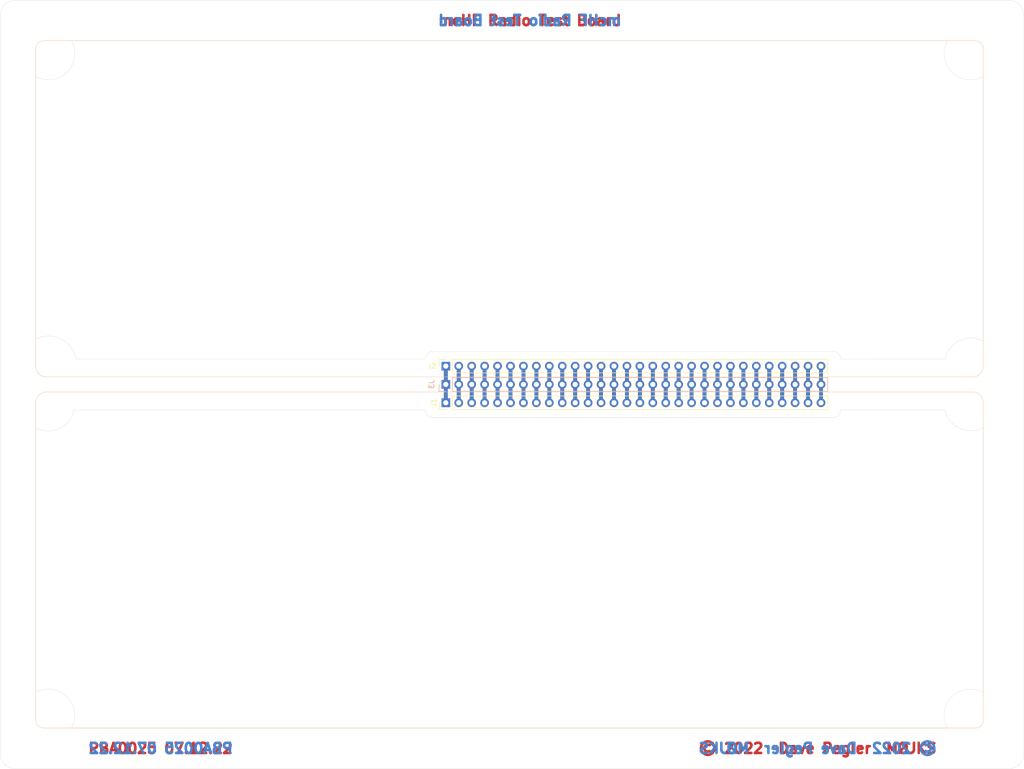
<source format=kicad_pcb>
(kicad_pcb (version 20171130) (host pcbnew "(5.1.9)-1")

  (general
    (thickness 1.6)
    (drawings 71)
    (tracks 60)
    (zones 0)
    (modules 11)
    (nets 31)
  )

  (page A4)
  (layers
    (0 F.Cu signal)
    (31 B.Cu signal)
    (32 B.Adhes user)
    (33 F.Adhes user)
    (34 B.Paste user)
    (35 F.Paste user)
    (36 B.SilkS user)
    (37 F.SilkS user)
    (38 B.Mask user)
    (39 F.Mask user)
    (40 Dwgs.User user)
    (41 Cmts.User user)
    (42 Eco1.User user)
    (43 Eco2.User user)
    (44 Edge.Cuts user)
    (45 Margin user)
    (46 B.CrtYd user)
    (47 F.CrtYd user)
    (48 B.Fab user)
    (49 F.Fab user hide)
  )

  (setup
    (last_trace_width 0.25)
    (user_trace_width 0.5)
    (user_trace_width 0.75)
    (user_trace_width 1)
    (trace_clearance 0.2)
    (zone_clearance 0.508)
    (zone_45_only no)
    (trace_min 0.2)
    (via_size 0.8)
    (via_drill 0.4)
    (via_min_size 0.4)
    (via_min_drill 0.3)
    (uvia_size 0.3)
    (uvia_drill 0.1)
    (uvias_allowed no)
    (uvia_min_size 0.2)
    (uvia_min_drill 0.1)
    (edge_width 0.05)
    (segment_width 0.2)
    (pcb_text_width 0.3)
    (pcb_text_size 1.5 1.5)
    (mod_edge_width 0.12)
    (mod_text_size 1 1)
    (mod_text_width 0.15)
    (pad_size 3.2 3.2)
    (pad_drill 3.2)
    (pad_to_mask_clearance 0)
    (aux_axis_origin 0 0)
    (visible_elements 7FFFFFFF)
    (pcbplotparams
      (layerselection 0x010fc_ffffffff)
      (usegerberextensions false)
      (usegerberattributes true)
      (usegerberadvancedattributes true)
      (creategerberjobfile true)
      (excludeedgelayer true)
      (linewidth 0.100000)
      (plotframeref false)
      (viasonmask false)
      (mode 1)
      (useauxorigin false)
      (hpglpennumber 1)
      (hpglpenspeed 20)
      (hpglpendiameter 15.000000)
      (psnegative false)
      (psa4output false)
      (plotreference true)
      (plotvalue true)
      (plotinvisibletext false)
      (padsonsilk false)
      (subtractmaskfromsilk false)
      (outputformat 1)
      (mirror false)
      (drillshape 0)
      (scaleselection 1)
      (outputdirectory "Gerbers/"))
  )

  (net 0 "")
  (net 1 "Net-(J1-Pad30)")
  (net 2 "Net-(J1-Pad28)")
  (net 3 "Net-(J1-Pad26)")
  (net 4 "Net-(J1-Pad24)")
  (net 5 "Net-(J1-Pad22)")
  (net 6 "Net-(J1-Pad20)")
  (net 7 "Net-(J1-Pad18)")
  (net 8 "Net-(J1-Pad16)")
  (net 9 "Net-(J1-Pad14)")
  (net 10 "Net-(J1-Pad12)")
  (net 11 "Net-(J1-Pad10)")
  (net 12 "Net-(J1-Pad8)")
  (net 13 "Net-(J1-Pad6)")
  (net 14 "Net-(J1-Pad4)")
  (net 15 "Net-(J1-Pad2)")
  (net 16 "Net-(J1-Pad29)")
  (net 17 "Net-(J1-Pad27)")
  (net 18 "Net-(J1-Pad25)")
  (net 19 "Net-(J1-Pad23)")
  (net 20 "Net-(J1-Pad21)")
  (net 21 "Net-(J1-Pad19)")
  (net 22 "Net-(J1-Pad17)")
  (net 23 "Net-(J1-Pad15)")
  (net 24 "Net-(J1-Pad13)")
  (net 25 "Net-(J1-Pad11)")
  (net 26 "Net-(J1-Pad9)")
  (net 27 "Net-(J1-Pad7)")
  (net 28 "Net-(J1-Pad5)")
  (net 29 "Net-(J1-Pad3)")
  (net 30 "Net-(J1-Pad1)")

  (net_class Default "This is the default net class."
    (clearance 0.2)
    (trace_width 0.25)
    (via_dia 0.8)
    (via_drill 0.4)
    (uvia_dia 0.3)
    (uvia_drill 0.1)
    (add_net "Net-(J1-Pad1)")
    (add_net "Net-(J1-Pad10)")
    (add_net "Net-(J1-Pad11)")
    (add_net "Net-(J1-Pad12)")
    (add_net "Net-(J1-Pad13)")
    (add_net "Net-(J1-Pad14)")
    (add_net "Net-(J1-Pad15)")
    (add_net "Net-(J1-Pad16)")
    (add_net "Net-(J1-Pad17)")
    (add_net "Net-(J1-Pad18)")
    (add_net "Net-(J1-Pad19)")
    (add_net "Net-(J1-Pad2)")
    (add_net "Net-(J1-Pad20)")
    (add_net "Net-(J1-Pad21)")
    (add_net "Net-(J1-Pad22)")
    (add_net "Net-(J1-Pad23)")
    (add_net "Net-(J1-Pad24)")
    (add_net "Net-(J1-Pad25)")
    (add_net "Net-(J1-Pad26)")
    (add_net "Net-(J1-Pad27)")
    (add_net "Net-(J1-Pad28)")
    (add_net "Net-(J1-Pad29)")
    (add_net "Net-(J1-Pad3)")
    (add_net "Net-(J1-Pad30)")
    (add_net "Net-(J1-Pad4)")
    (add_net "Net-(J1-Pad5)")
    (add_net "Net-(J1-Pad6)")
    (add_net "Net-(J1-Pad7)")
    (add_net "Net-(J1-Pad8)")
    (add_net "Net-(J1-Pad9)")
  )

  (module Connector_PinSocket_2.54mm:PinSocket_1x30_P2.54mm_Vertical (layer B.Cu) (tedit 5A19A429) (tstamp 63929F41)
    (at 137.5 95.5 270)
    (descr "Through hole straight socket strip, 1x30, 2.54mm pitch, single row (from Kicad 4.0.7), script generated")
    (tags "Through hole socket strip THT 1x30 2.54mm single row")
    (path /6399A3D8)
    (fp_text reference J3 (at 0 2.77 90) (layer B.SilkS)
      (effects (font (size 1 1) (thickness 0.15)) (justify mirror))
    )
    (fp_text value Conn_01x30_Female (at 0 -76.43 90) (layer B.Fab)
      (effects (font (size 1 1) (thickness 0.15)) (justify mirror))
    )
    (fp_line (start -1.8 -75.4) (end -1.8 1.8) (layer B.CrtYd) (width 0.05))
    (fp_line (start 1.75 -75.4) (end -1.8 -75.4) (layer B.CrtYd) (width 0.05))
    (fp_line (start 1.75 1.8) (end 1.75 -75.4) (layer B.CrtYd) (width 0.05))
    (fp_line (start -1.8 1.8) (end 1.75 1.8) (layer B.CrtYd) (width 0.05))
    (fp_line (start 0 1.33) (end 1.33 1.33) (layer B.SilkS) (width 0.12))
    (fp_line (start 1.33 1.33) (end 1.33 0) (layer B.SilkS) (width 0.12))
    (fp_line (start 1.33 -1.27) (end 1.33 -74.99) (layer B.SilkS) (width 0.12))
    (fp_line (start -1.33 -74.99) (end 1.33 -74.99) (layer B.SilkS) (width 0.12))
    (fp_line (start -1.33 -1.27) (end -1.33 -74.99) (layer B.SilkS) (width 0.12))
    (fp_line (start -1.33 -1.27) (end 1.33 -1.27) (layer B.SilkS) (width 0.12))
    (fp_line (start -1.27 -74.93) (end -1.27 1.27) (layer B.Fab) (width 0.1))
    (fp_line (start 1.27 -74.93) (end -1.27 -74.93) (layer B.Fab) (width 0.1))
    (fp_line (start 1.27 0.635) (end 1.27 -74.93) (layer B.Fab) (width 0.1))
    (fp_line (start 0.635 1.27) (end 1.27 0.635) (layer B.Fab) (width 0.1))
    (fp_line (start -1.27 1.27) (end 0.635 1.27) (layer B.Fab) (width 0.1))
    (fp_text user %R (at 0 -36.83 180) (layer B.Fab)
      (effects (font (size 1 1) (thickness 0.15)) (justify mirror))
    )
    (pad 30 thru_hole oval (at 0 -73.66 270) (size 1.7 1.7) (drill 1) (layers *.Cu *.Mask)
      (net 1 "Net-(J1-Pad30)"))
    (pad 29 thru_hole oval (at 0 -71.12 270) (size 1.7 1.7) (drill 1) (layers *.Cu *.Mask)
      (net 16 "Net-(J1-Pad29)"))
    (pad 28 thru_hole oval (at 0 -68.58 270) (size 1.7 1.7) (drill 1) (layers *.Cu *.Mask)
      (net 2 "Net-(J1-Pad28)"))
    (pad 27 thru_hole oval (at 0 -66.04 270) (size 1.7 1.7) (drill 1) (layers *.Cu *.Mask)
      (net 17 "Net-(J1-Pad27)"))
    (pad 26 thru_hole oval (at 0 -63.5 270) (size 1.7 1.7) (drill 1) (layers *.Cu *.Mask)
      (net 3 "Net-(J1-Pad26)"))
    (pad 25 thru_hole oval (at 0 -60.96 270) (size 1.7 1.7) (drill 1) (layers *.Cu *.Mask)
      (net 18 "Net-(J1-Pad25)"))
    (pad 24 thru_hole oval (at 0 -58.42 270) (size 1.7 1.7) (drill 1) (layers *.Cu *.Mask)
      (net 4 "Net-(J1-Pad24)"))
    (pad 23 thru_hole oval (at 0 -55.88 270) (size 1.7 1.7) (drill 1) (layers *.Cu *.Mask)
      (net 19 "Net-(J1-Pad23)"))
    (pad 22 thru_hole oval (at 0 -53.34 270) (size 1.7 1.7) (drill 1) (layers *.Cu *.Mask)
      (net 5 "Net-(J1-Pad22)"))
    (pad 21 thru_hole oval (at 0 -50.8 270) (size 1.7 1.7) (drill 1) (layers *.Cu *.Mask)
      (net 20 "Net-(J1-Pad21)"))
    (pad 20 thru_hole oval (at 0 -48.26 270) (size 1.7 1.7) (drill 1) (layers *.Cu *.Mask)
      (net 6 "Net-(J1-Pad20)"))
    (pad 19 thru_hole oval (at 0 -45.72 270) (size 1.7 1.7) (drill 1) (layers *.Cu *.Mask)
      (net 21 "Net-(J1-Pad19)"))
    (pad 18 thru_hole oval (at 0 -43.18 270) (size 1.7 1.7) (drill 1) (layers *.Cu *.Mask)
      (net 7 "Net-(J1-Pad18)"))
    (pad 17 thru_hole oval (at 0 -40.64 270) (size 1.7 1.7) (drill 1) (layers *.Cu *.Mask)
      (net 22 "Net-(J1-Pad17)"))
    (pad 16 thru_hole oval (at 0 -38.1 270) (size 1.7 1.7) (drill 1) (layers *.Cu *.Mask)
      (net 8 "Net-(J1-Pad16)"))
    (pad 15 thru_hole oval (at 0 -35.56 270) (size 1.7 1.7) (drill 1) (layers *.Cu *.Mask)
      (net 23 "Net-(J1-Pad15)"))
    (pad 14 thru_hole oval (at 0 -33.02 270) (size 1.7 1.7) (drill 1) (layers *.Cu *.Mask)
      (net 9 "Net-(J1-Pad14)"))
    (pad 13 thru_hole oval (at 0 -30.48 270) (size 1.7 1.7) (drill 1) (layers *.Cu *.Mask)
      (net 24 "Net-(J1-Pad13)"))
    (pad 12 thru_hole oval (at 0 -27.94 270) (size 1.7 1.7) (drill 1) (layers *.Cu *.Mask)
      (net 10 "Net-(J1-Pad12)"))
    (pad 11 thru_hole oval (at 0 -25.4 270) (size 1.7 1.7) (drill 1) (layers *.Cu *.Mask)
      (net 25 "Net-(J1-Pad11)"))
    (pad 10 thru_hole oval (at 0 -22.86 270) (size 1.7 1.7) (drill 1) (layers *.Cu *.Mask)
      (net 11 "Net-(J1-Pad10)"))
    (pad 9 thru_hole oval (at 0 -20.32 270) (size 1.7 1.7) (drill 1) (layers *.Cu *.Mask)
      (net 26 "Net-(J1-Pad9)"))
    (pad 8 thru_hole oval (at 0 -17.78 270) (size 1.7 1.7) (drill 1) (layers *.Cu *.Mask)
      (net 12 "Net-(J1-Pad8)"))
    (pad 7 thru_hole oval (at 0 -15.24 270) (size 1.7 1.7) (drill 1) (layers *.Cu *.Mask)
      (net 27 "Net-(J1-Pad7)"))
    (pad 6 thru_hole oval (at 0 -12.7 270) (size 1.7 1.7) (drill 1) (layers *.Cu *.Mask)
      (net 13 "Net-(J1-Pad6)"))
    (pad 5 thru_hole oval (at 0 -10.16 270) (size 1.7 1.7) (drill 1) (layers *.Cu *.Mask)
      (net 28 "Net-(J1-Pad5)"))
    (pad 4 thru_hole oval (at 0 -7.62 270) (size 1.7 1.7) (drill 1) (layers *.Cu *.Mask)
      (net 14 "Net-(J1-Pad4)"))
    (pad 3 thru_hole oval (at 0 -5.08 270) (size 1.7 1.7) (drill 1) (layers *.Cu *.Mask)
      (net 29 "Net-(J1-Pad3)"))
    (pad 2 thru_hole oval (at 0 -2.54 270) (size 1.7 1.7) (drill 1) (layers *.Cu *.Mask)
      (net 15 "Net-(J1-Pad2)"))
    (pad 1 thru_hole rect (at 0 0 270) (size 1.7 1.7) (drill 1) (layers *.Cu *.Mask)
      (net 30 "Net-(J1-Pad1)"))
    (model ${KISYS3DMOD}/Connector_PinSocket_2.54mm.3dshapes/PinSocket_1x30_P2.54mm_Vertical.wrl
      (at (xyz 0 0 0))
      (scale (xyz 1 1 1))
      (rotate (xyz 0 0 0))
    )
  )

  (module MountingHole:MountingHole_3.2mm_M3 (layer F.Cu) (tedit 56D1B4CB) (tstamp 63922B9C)
    (at 240.5 91.5)
    (descr "Mounting Hole 3.2mm, no annular, M3")
    (tags "mounting hole 3.2mm no annular m3")
    (path /6393B10F)
    (attr virtual)
    (fp_text reference H3 (at 0 0) (layer F.SilkS)
      (effects (font (size 1 1) (thickness 0.15)))
    )
    (fp_text value MountingHole (at 0 4.2) (layer F.Fab)
      (effects (font (size 1 1) (thickness 0.15)))
    )
    (fp_circle (center 0 0) (end 3.2 0) (layer Cmts.User) (width 0.15))
    (fp_circle (center 0 0) (end 3.45 0) (layer F.CrtYd) (width 0.05))
    (fp_text user %R (at 0.3 0) (layer F.Fab)
      (effects (font (size 1 1) (thickness 0.15)))
    )
    (pad 1 np_thru_hole circle (at 0 0) (size 3.2 3.2) (drill 3.2) (layers *.Cu *.Mask))
  )

  (module Connector_PinSocket_2.54mm:PinSocket_1x30_P2.54mm_Vertical (layer F.Cu) (tedit 5A19A429) (tstamp 63925F06)
    (at 137.5 91.9 90)
    (descr "Through hole straight socket strip, 1x30, 2.54mm pitch, single row (from Kicad 4.0.7), script generated")
    (tags "Through hole socket strip THT 1x30 2.54mm single row")
    (path /63926889)
    (fp_text reference J2 (at 0 -2.77 180) (layer F.SilkS)
      (effects (font (size 1 1) (thickness 0.15)))
    )
    (fp_text value Conn_01x30 (at 0 76.43 90) (layer F.Fab)
      (effects (font (size 1 1) (thickness 0.15)))
    )
    (fp_line (start -1.27 -1.27) (end 0.635 -1.27) (layer F.Fab) (width 0.1))
    (fp_line (start 0.635 -1.27) (end 1.27 -0.635) (layer F.Fab) (width 0.1))
    (fp_line (start 1.27 -0.635) (end 1.27 74.93) (layer F.Fab) (width 0.1))
    (fp_line (start 1.27 74.93) (end -1.27 74.93) (layer F.Fab) (width 0.1))
    (fp_line (start -1.27 74.93) (end -1.27 -1.27) (layer F.Fab) (width 0.1))
    (fp_line (start -1.33 1.27) (end 1.33 1.27) (layer F.SilkS) (width 0.12))
    (fp_line (start -1.33 1.27) (end -1.33 74.99) (layer F.SilkS) (width 0.12))
    (fp_line (start -1.33 74.99) (end 1.33 74.99) (layer F.SilkS) (width 0.12))
    (fp_line (start 1.33 1.27) (end 1.33 74.99) (layer F.SilkS) (width 0.12))
    (fp_line (start 1.33 -1.33) (end 1.33 0) (layer F.SilkS) (width 0.12))
    (fp_line (start 0 -1.33) (end 1.33 -1.33) (layer F.SilkS) (width 0.12))
    (fp_line (start -1.8 -1.8) (end 1.75 -1.8) (layer F.CrtYd) (width 0.05))
    (fp_line (start 1.75 -1.8) (end 1.75 75.4) (layer F.CrtYd) (width 0.05))
    (fp_line (start 1.75 75.4) (end -1.8 75.4) (layer F.CrtYd) (width 0.05))
    (fp_line (start -1.8 75.4) (end -1.8 -1.8) (layer F.CrtYd) (width 0.05))
    (fp_text user %R (at 0 36.83) (layer F.Fab)
      (effects (font (size 1 1) (thickness 0.15)))
    )
    (pad 30 thru_hole oval (at 0 73.66 90) (size 1.7 1.7) (drill 1) (layers *.Cu *.Mask)
      (net 1 "Net-(J1-Pad30)"))
    (pad 29 thru_hole oval (at 0 71.12 90) (size 1.7 1.7) (drill 1) (layers *.Cu *.Mask)
      (net 16 "Net-(J1-Pad29)"))
    (pad 28 thru_hole oval (at 0 68.58 90) (size 1.7 1.7) (drill 1) (layers *.Cu *.Mask)
      (net 2 "Net-(J1-Pad28)"))
    (pad 27 thru_hole oval (at 0 66.04 90) (size 1.7 1.7) (drill 1) (layers *.Cu *.Mask)
      (net 17 "Net-(J1-Pad27)"))
    (pad 26 thru_hole oval (at 0 63.5 90) (size 1.7 1.7) (drill 1) (layers *.Cu *.Mask)
      (net 3 "Net-(J1-Pad26)"))
    (pad 25 thru_hole oval (at 0 60.96 90) (size 1.7 1.7) (drill 1) (layers *.Cu *.Mask)
      (net 18 "Net-(J1-Pad25)"))
    (pad 24 thru_hole oval (at 0 58.42 90) (size 1.7 1.7) (drill 1) (layers *.Cu *.Mask)
      (net 4 "Net-(J1-Pad24)"))
    (pad 23 thru_hole oval (at 0 55.88 90) (size 1.7 1.7) (drill 1) (layers *.Cu *.Mask)
      (net 19 "Net-(J1-Pad23)"))
    (pad 22 thru_hole oval (at 0 53.34 90) (size 1.7 1.7) (drill 1) (layers *.Cu *.Mask)
      (net 5 "Net-(J1-Pad22)"))
    (pad 21 thru_hole oval (at 0 50.8 90) (size 1.7 1.7) (drill 1) (layers *.Cu *.Mask)
      (net 20 "Net-(J1-Pad21)"))
    (pad 20 thru_hole oval (at 0 48.26 90) (size 1.7 1.7) (drill 1) (layers *.Cu *.Mask)
      (net 6 "Net-(J1-Pad20)"))
    (pad 19 thru_hole oval (at 0 45.72 90) (size 1.7 1.7) (drill 1) (layers *.Cu *.Mask)
      (net 21 "Net-(J1-Pad19)"))
    (pad 18 thru_hole oval (at 0 43.18 90) (size 1.7 1.7) (drill 1) (layers *.Cu *.Mask)
      (net 7 "Net-(J1-Pad18)"))
    (pad 17 thru_hole oval (at 0 40.64 90) (size 1.7 1.7) (drill 1) (layers *.Cu *.Mask)
      (net 22 "Net-(J1-Pad17)"))
    (pad 16 thru_hole oval (at 0 38.1 90) (size 1.7 1.7) (drill 1) (layers *.Cu *.Mask)
      (net 8 "Net-(J1-Pad16)"))
    (pad 15 thru_hole oval (at 0 35.56 90) (size 1.7 1.7) (drill 1) (layers *.Cu *.Mask)
      (net 23 "Net-(J1-Pad15)"))
    (pad 14 thru_hole oval (at 0 33.02 90) (size 1.7 1.7) (drill 1) (layers *.Cu *.Mask)
      (net 9 "Net-(J1-Pad14)"))
    (pad 13 thru_hole oval (at 0 30.48 90) (size 1.7 1.7) (drill 1) (layers *.Cu *.Mask)
      (net 24 "Net-(J1-Pad13)"))
    (pad 12 thru_hole oval (at 0 27.94 90) (size 1.7 1.7) (drill 1) (layers *.Cu *.Mask)
      (net 10 "Net-(J1-Pad12)"))
    (pad 11 thru_hole oval (at 0 25.4 90) (size 1.7 1.7) (drill 1) (layers *.Cu *.Mask)
      (net 25 "Net-(J1-Pad11)"))
    (pad 10 thru_hole oval (at 0 22.86 90) (size 1.7 1.7) (drill 1) (layers *.Cu *.Mask)
      (net 11 "Net-(J1-Pad10)"))
    (pad 9 thru_hole oval (at 0 20.32 90) (size 1.7 1.7) (drill 1) (layers *.Cu *.Mask)
      (net 26 "Net-(J1-Pad9)"))
    (pad 8 thru_hole oval (at 0 17.78 90) (size 1.7 1.7) (drill 1) (layers *.Cu *.Mask)
      (net 12 "Net-(J1-Pad8)"))
    (pad 7 thru_hole oval (at 0 15.24 90) (size 1.7 1.7) (drill 1) (layers *.Cu *.Mask)
      (net 27 "Net-(J1-Pad7)"))
    (pad 6 thru_hole oval (at 0 12.7 90) (size 1.7 1.7) (drill 1) (layers *.Cu *.Mask)
      (net 13 "Net-(J1-Pad6)"))
    (pad 5 thru_hole oval (at 0 10.16 90) (size 1.7 1.7) (drill 1) (layers *.Cu *.Mask)
      (net 28 "Net-(J1-Pad5)"))
    (pad 4 thru_hole oval (at 0 7.62 90) (size 1.7 1.7) (drill 1) (layers *.Cu *.Mask)
      (net 14 "Net-(J1-Pad4)"))
    (pad 3 thru_hole oval (at 0 5.08 90) (size 1.7 1.7) (drill 1) (layers *.Cu *.Mask)
      (net 29 "Net-(J1-Pad3)"))
    (pad 2 thru_hole oval (at 0 2.54 90) (size 1.7 1.7) (drill 1) (layers *.Cu *.Mask)
      (net 15 "Net-(J1-Pad2)"))
    (pad 1 thru_hole rect (at 0 0 90) (size 1.7 1.7) (drill 1) (layers *.Cu *.Mask)
      (net 30 "Net-(J1-Pad1)"))
    (model ${KISYS3DMOD}/Connector_PinSocket_2.54mm.3dshapes/PinSocket_1x30_P2.54mm_Vertical.wrl
      (at (xyz 0 0 0))
      (scale (xyz 1 1 1))
      (rotate (xyz 0 0 0))
    )
  )

  (module Connector_PinHeader_2.54mm:PinHeader_1x30_P2.54mm_Vertical (layer F.Cu) (tedit 59FED5CC) (tstamp 63926252)
    (at 137.5 99.1 90)
    (descr "Through hole straight pin header, 1x30, 2.54mm pitch, single row")
    (tags "Through hole pin header THT 1x30 2.54mm single row")
    (path /63921BFB)
    (fp_text reference J1 (at 0 -2.33 90) (layer F.SilkS)
      (effects (font (size 1 1) (thickness 0.15)))
    )
    (fp_text value Conn_01x30 (at 0 75.99 90) (layer F.Fab)
      (effects (font (size 1 1) (thickness 0.15)))
    )
    (fp_line (start -0.635 -1.27) (end 1.27 -1.27) (layer F.Fab) (width 0.1))
    (fp_line (start 1.27 -1.27) (end 1.27 74.93) (layer F.Fab) (width 0.1))
    (fp_line (start 1.27 74.93) (end -1.27 74.93) (layer F.Fab) (width 0.1))
    (fp_line (start -1.27 74.93) (end -1.27 -0.635) (layer F.Fab) (width 0.1))
    (fp_line (start -1.27 -0.635) (end -0.635 -1.27) (layer F.Fab) (width 0.1))
    (fp_line (start -1.33 74.99) (end 1.33 74.99) (layer F.SilkS) (width 0.12))
    (fp_line (start -1.33 1.27) (end -1.33 74.99) (layer F.SilkS) (width 0.12))
    (fp_line (start 1.33 1.27) (end 1.33 74.99) (layer F.SilkS) (width 0.12))
    (fp_line (start -1.33 1.27) (end 1.33 1.27) (layer F.SilkS) (width 0.12))
    (fp_line (start -1.33 0) (end -1.33 -1.33) (layer F.SilkS) (width 0.12))
    (fp_line (start -1.33 -1.33) (end 0 -1.33) (layer F.SilkS) (width 0.12))
    (fp_line (start -1.8 -1.8) (end -1.8 75.45) (layer F.CrtYd) (width 0.05))
    (fp_line (start -1.8 75.45) (end 1.8 75.45) (layer F.CrtYd) (width 0.05))
    (fp_line (start 1.8 75.45) (end 1.8 -1.8) (layer F.CrtYd) (width 0.05))
    (fp_line (start 1.8 -1.8) (end -1.8 -1.8) (layer F.CrtYd) (width 0.05))
    (fp_text user %R (at 0 36.83) (layer F.Fab)
      (effects (font (size 1 1) (thickness 0.15)))
    )
    (pad 30 thru_hole oval (at 0 73.66 90) (size 1.7 1.7) (drill 1) (layers *.Cu *.Mask)
      (net 1 "Net-(J1-Pad30)"))
    (pad 29 thru_hole oval (at 0 71.12 90) (size 1.7 1.7) (drill 1) (layers *.Cu *.Mask)
      (net 16 "Net-(J1-Pad29)"))
    (pad 28 thru_hole oval (at 0 68.58 90) (size 1.7 1.7) (drill 1) (layers *.Cu *.Mask)
      (net 2 "Net-(J1-Pad28)"))
    (pad 27 thru_hole oval (at 0 66.04 90) (size 1.7 1.7) (drill 1) (layers *.Cu *.Mask)
      (net 17 "Net-(J1-Pad27)"))
    (pad 26 thru_hole oval (at 0 63.5 90) (size 1.7 1.7) (drill 1) (layers *.Cu *.Mask)
      (net 3 "Net-(J1-Pad26)"))
    (pad 25 thru_hole oval (at 0 60.96 90) (size 1.7 1.7) (drill 1) (layers *.Cu *.Mask)
      (net 18 "Net-(J1-Pad25)"))
    (pad 24 thru_hole oval (at 0 58.42 90) (size 1.7 1.7) (drill 1) (layers *.Cu *.Mask)
      (net 4 "Net-(J1-Pad24)"))
    (pad 23 thru_hole oval (at 0 55.88 90) (size 1.7 1.7) (drill 1) (layers *.Cu *.Mask)
      (net 19 "Net-(J1-Pad23)"))
    (pad 22 thru_hole oval (at 0 53.34 90) (size 1.7 1.7) (drill 1) (layers *.Cu *.Mask)
      (net 5 "Net-(J1-Pad22)"))
    (pad 21 thru_hole oval (at 0 50.8 90) (size 1.7 1.7) (drill 1) (layers *.Cu *.Mask)
      (net 20 "Net-(J1-Pad21)"))
    (pad 20 thru_hole oval (at 0 48.26 90) (size 1.7 1.7) (drill 1) (layers *.Cu *.Mask)
      (net 6 "Net-(J1-Pad20)"))
    (pad 19 thru_hole oval (at 0 45.72 90) (size 1.7 1.7) (drill 1) (layers *.Cu *.Mask)
      (net 21 "Net-(J1-Pad19)"))
    (pad 18 thru_hole oval (at 0 43.18 90) (size 1.7 1.7) (drill 1) (layers *.Cu *.Mask)
      (net 7 "Net-(J1-Pad18)"))
    (pad 17 thru_hole oval (at 0 40.64 90) (size 1.7 1.7) (drill 1) (layers *.Cu *.Mask)
      (net 22 "Net-(J1-Pad17)"))
    (pad 16 thru_hole oval (at 0 38.1 90) (size 1.7 1.7) (drill 1) (layers *.Cu *.Mask)
      (net 8 "Net-(J1-Pad16)"))
    (pad 15 thru_hole oval (at 0 35.56 90) (size 1.7 1.7) (drill 1) (layers *.Cu *.Mask)
      (net 23 "Net-(J1-Pad15)"))
    (pad 14 thru_hole oval (at 0 33.02 90) (size 1.7 1.7) (drill 1) (layers *.Cu *.Mask)
      (net 9 "Net-(J1-Pad14)"))
    (pad 13 thru_hole oval (at 0 30.48 90) (size 1.7 1.7) (drill 1) (layers *.Cu *.Mask)
      (net 24 "Net-(J1-Pad13)"))
    (pad 12 thru_hole oval (at 0 27.94 90) (size 1.7 1.7) (drill 1) (layers *.Cu *.Mask)
      (net 10 "Net-(J1-Pad12)"))
    (pad 11 thru_hole oval (at 0 25.4 90) (size 1.7 1.7) (drill 1) (layers *.Cu *.Mask)
      (net 25 "Net-(J1-Pad11)"))
    (pad 10 thru_hole oval (at 0 22.86 90) (size 1.7 1.7) (drill 1) (layers *.Cu *.Mask)
      (net 11 "Net-(J1-Pad10)"))
    (pad 9 thru_hole oval (at 0 20.32 90) (size 1.7 1.7) (drill 1) (layers *.Cu *.Mask)
      (net 26 "Net-(J1-Pad9)"))
    (pad 8 thru_hole oval (at 0 17.78 90) (size 1.7 1.7) (drill 1) (layers *.Cu *.Mask)
      (net 12 "Net-(J1-Pad8)"))
    (pad 7 thru_hole oval (at 0 15.24 90) (size 1.7 1.7) (drill 1) (layers *.Cu *.Mask)
      (net 27 "Net-(J1-Pad7)"))
    (pad 6 thru_hole oval (at 0 12.7 90) (size 1.7 1.7) (drill 1) (layers *.Cu *.Mask)
      (net 13 "Net-(J1-Pad6)"))
    (pad 5 thru_hole oval (at 0 10.16 90) (size 1.7 1.7) (drill 1) (layers *.Cu *.Mask)
      (net 28 "Net-(J1-Pad5)"))
    (pad 4 thru_hole oval (at 0 7.62 90) (size 1.7 1.7) (drill 1) (layers *.Cu *.Mask)
      (net 14 "Net-(J1-Pad4)"))
    (pad 3 thru_hole oval (at 0 5.08 90) (size 1.7 1.7) (drill 1) (layers *.Cu *.Mask)
      (net 29 "Net-(J1-Pad3)"))
    (pad 2 thru_hole oval (at 0 2.54 90) (size 1.7 1.7) (drill 1) (layers *.Cu *.Mask)
      (net 15 "Net-(J1-Pad2)"))
    (pad 1 thru_hole rect (at 0 0 90) (size 1.7 1.7) (drill 1) (layers *.Cu *.Mask)
      (net 30 "Net-(J1-Pad1)"))
    (model ${KISYS3DMOD}/Connector_PinHeader_2.54mm.3dshapes/PinHeader_1x30_P2.54mm_Vertical.wrl
      (at (xyz 0 0 0))
      (scale (xyz 1 1 1))
      (rotate (xyz 0 0 0))
    )
  )

  (module MountingHole:MountingHole_3.2mm_M3 (layer F.Cu) (tedit 56D1B4CB) (tstamp 6392494B)
    (at 59.5 160.5)
    (descr "Mounting Hole 3.2mm, no annular, M3")
    (tags "mounting hole 3.2mm no annular m3")
    (path /6393E0B2)
    (attr virtual)
    (fp_text reference H9 (at 0 0) (layer F.SilkS)
      (effects (font (size 1 1) (thickness 0.15)))
    )
    (fp_text value MountingHole (at 0 4.2) (layer F.Fab)
      (effects (font (size 1 1) (thickness 0.15)))
    )
    (fp_circle (center 0 0) (end 3.2 0) (layer Cmts.User) (width 0.15))
    (fp_circle (center 0 0) (end 3.45 0) (layer F.CrtYd) (width 0.05))
    (fp_text user %R (at 0.3 0) (layer F.Fab)
      (effects (font (size 1 1) (thickness 0.15)))
    )
    (pad 1 np_thru_hole circle (at 0 0) (size 3.2 3.2) (drill 3.2) (layers *.Cu *.Mask))
  )

  (module MountingHole:MountingHole_3.2mm_M3 (layer F.Cu) (tedit 56D1B4CB) (tstamp 639248E1)
    (at 59.5 30.5)
    (descr "Mounting Hole 3.2mm, no annular, M3")
    (tags "mounting hole 3.2mm no annular m3")
    (path /6393B5FA)
    (attr virtual)
    (fp_text reference H1 (at 0 0) (layer F.SilkS)
      (effects (font (size 1 1) (thickness 0.15)))
    )
    (fp_text value MountingHole (at 0 4.2) (layer F.Fab)
      (effects (font (size 1 1) (thickness 0.15)))
    )
    (fp_circle (center 0 0) (end 3.2 0) (layer Cmts.User) (width 0.15))
    (fp_circle (center 0 0) (end 3.45 0) (layer F.CrtYd) (width 0.05))
    (fp_text user %R (at 0.3 0) (layer F.Fab)
      (effects (font (size 1 1) (thickness 0.15)))
    )
    (pad 1 np_thru_hole circle (at 0 0) (size 3.2 3.2) (drill 3.2) (layers *.Cu *.Mask))
  )

  (module MountingHole:MountingHole_3.2mm_M3 (layer F.Cu) (tedit 56D1B4CB) (tstamp 63922BBC)
    (at 240.5 160.5)
    (descr "Mounting Hole 3.2mm, no annular, M3")
    (tags "mounting hole 3.2mm no annular m3")
    (path /6393E0C6)
    (attr virtual)
    (fp_text reference H7 (at 0 0) (layer F.SilkS)
      (effects (font (size 1 1) (thickness 0.15)))
    )
    (fp_text value MountingHole (at 0 4.2) (layer F.Fab)
      (effects (font (size 1 1) (thickness 0.15)))
    )
    (fp_circle (center 0 0) (end 3.2 0) (layer Cmts.User) (width 0.15))
    (fp_circle (center 0 0) (end 3.45 0) (layer F.CrtYd) (width 0.05))
    (fp_text user %R (at 0.3 0) (layer F.Fab)
      (effects (font (size 1 1) (thickness 0.15)))
    )
    (pad 1 np_thru_hole circle (at 0 0) (size 3.2 3.2) (drill 3.2) (layers *.Cu *.Mask))
  )

  (module MountingHole:MountingHole_3.2mm_M3 (layer F.Cu) (tedit 56D1B4CB) (tstamp 63922BB4)
    (at 240.5 99.5)
    (descr "Mounting Hole 3.2mm, no annular, M3")
    (tags "mounting hole 3.2mm no annular m3")
    (path /6393E0D0)
    (attr virtual)
    (fp_text reference H6 (at 0 0) (layer F.SilkS)
      (effects (font (size 1 1) (thickness 0.15)))
    )
    (fp_text value MountingHole (at 0 4.2) (layer F.Fab)
      (effects (font (size 1 1) (thickness 0.15)))
    )
    (fp_circle (center 0 0) (end 3.2 0) (layer Cmts.User) (width 0.15))
    (fp_circle (center 0 0) (end 3.45 0) (layer F.CrtYd) (width 0.05))
    (fp_text user %R (at 0.3 0) (layer F.Fab)
      (effects (font (size 1 1) (thickness 0.15)))
    )
    (pad 1 np_thru_hole circle (at 0 0) (size 3.2 3.2) (drill 3.2) (layers *.Cu *.Mask))
  )

  (module MountingHole:MountingHole_3.2mm_M3 (layer F.Cu) (tedit 6391D94A) (tstamp 63922BAC)
    (at 59.5 99.5)
    (descr "Mounting Hole 3.2mm, no annular, M3")
    (tags "mounting hole 3.2mm no annular m3")
    (path /6393A4C6)
    (attr virtual)
    (fp_text reference H5 (at 0 0) (layer F.SilkS)
      (effects (font (size 1 1) (thickness 0.15)))
    )
    (fp_text value MountingHole (at 0 4.2) (layer F.Fab)
      (effects (font (size 1 1) (thickness 0.15)))
    )
    (fp_circle (center 0 0) (end 3.2 0) (layer Cmts.User) (width 0.15))
    (fp_circle (center 0 0) (end 3.45 0) (layer F.CrtYd) (width 0.05))
    (fp_text user %R (at 0.3 0) (layer F.Fab)
      (effects (font (size 1 1) (thickness 0.15)))
    )
    (pad "" np_thru_hole circle (at 0 0) (size 3.2 3.2) (drill 3.2) (layers *.Cu *.Mask))
  )

  (module MountingHole:MountingHole_3.2mm_M3 (layer F.Cu) (tedit 56D1B4CB) (tstamp 63922BA4)
    (at 59.5 91.5)
    (descr "Mounting Hole 3.2mm, no annular, M3")
    (tags "mounting hole 3.2mm no annular m3")
    (path /6393AF2B)
    (attr virtual)
    (fp_text reference H4 (at 0 0) (layer F.SilkS)
      (effects (font (size 1 1) (thickness 0.15)))
    )
    (fp_text value MountingHole (at 0 4.2) (layer F.Fab)
      (effects (font (size 1 1) (thickness 0.15)))
    )
    (fp_circle (center 0 0) (end 3.2 0) (layer Cmts.User) (width 0.15))
    (fp_circle (center 0 0) (end 3.45 0) (layer F.CrtYd) (width 0.05))
    (fp_text user %R (at 0.3 0) (layer F.Fab)
      (effects (font (size 1 1) (thickness 0.15)))
    )
    (pad 1 np_thru_hole circle (at 0 0) (size 3.2 3.2) (drill 3.2) (layers *.Cu *.Mask))
  )

  (module MountingHole:MountingHole_3.2mm_M3 (layer F.Cu) (tedit 56D1B4CB) (tstamp 63922B94)
    (at 240.5 30.5)
    (descr "Mounting Hole 3.2mm, no annular, M3")
    (tags "mounting hole 3.2mm no annular m3")
    (path /6393B34C)
    (attr virtual)
    (fp_text reference H2 (at 0 0) (layer F.SilkS)
      (effects (font (size 1 1) (thickness 0.15)))
    )
    (fp_text value MountingHole (at 0 4.2) (layer F.Fab)
      (effects (font (size 1 1) (thickness 0.15)))
    )
    (fp_circle (center 0 0) (end 3.2 0) (layer Cmts.User) (width 0.15))
    (fp_circle (center 0 0) (end 3.45 0) (layer F.CrtYd) (width 0.05))
    (fp_text user %R (at 0.3 0) (layer F.Fab)
      (effects (font (size 1 1) (thickness 0.15)))
    )
    (pad 1 np_thru_hole circle (at 0 0) (size 3.2 3.2) (drill 3.2) (layers *.Cu *.Mask))
  )

  (gr_arc (start 58.5 29.5) (end 58.5 28) (angle -90) (layer B.SilkS) (width 0.05) (tstamp 6392C5DA))
  (gr_line (start 58.5 28) (end 241.5 28) (layer B.SilkS) (width 0.05) (tstamp 6392C5D6))
  (gr_arc (start 241.5 29.5) (end 243 29.5) (angle -90) (layer B.SilkS) (width 0.05) (tstamp 6392C5D2))
  (gr_line (start 243 92) (end 243 29.5) (layer B.SilkS) (width 0.05) (tstamp 6392C5CC))
  (gr_arc (start 241 92) (end 241 94) (angle -90) (layer B.SilkS) (width 0.05) (tstamp 6392C5C8))
  (gr_line (start 59 94) (end 241 94) (layer B.SilkS) (width 0.05) (tstamp 6392C5C3))
  (gr_arc (start 59 92) (end 57 92) (angle -90) (layer B.SilkS) (width 0.05) (tstamp 6392C5BF))
  (gr_line (start 57 92) (end 57 29.5) (layer B.SilkS) (width 0.05) (tstamp 6392C5BB))
  (gr_arc (start 59 99) (end 59 97) (angle -90) (layer B.SilkS) (width 0.05) (tstamp 6392C447))
  (gr_line (start 59 97) (end 241 97) (layer B.SilkS) (width 0.05) (tstamp 6392C442))
  (gr_arc (start 241 99) (end 243 99) (angle -90) (layer B.SilkS) (width 0.05) (tstamp 6392C43E))
  (gr_line (start 243 99) (end 243 161.5) (layer B.SilkS) (width 0.05) (tstamp 6392C439))
  (gr_arc (start 241.5 161.5) (end 241.5 163) (angle -90) (layer B.SilkS) (width 0.05) (tstamp 6392C435))
  (gr_arc (start 58.5 161.5) (end 57 161.5) (angle -90) (layer B.SilkS) (width 0.05) (tstamp 6392C2BE))
  (gr_line (start 58.5 163) (end 241.5 163) (layer B.SilkS) (width 0.05) (tstamp 6392C14E))
  (gr_line (start 57 99) (end 57 161.5) (layer B.SilkS) (width 0.05) (tstamp 6392BFDC))
  (gr_text "© 2022  Dave Pegler  MØJKS" (at 210.5 167) (layer B.Cu) (tstamp 6392BE69)
    (effects (font (size 2 2) (thickness 0.5)) (justify mirror))
  )
  (gr_text "PBA0025 07.12.22" (at 81.5 167) (layer B.Cu) (tstamp 6392BE64)
    (effects (font (size 2 2) (thickness 0.5)) (justify mirror))
  )
  (gr_text "mcHF Radio Test Board" (at 154 24) (layer B.Cu) (tstamp 6392BCF3)
    (effects (font (size 2 2) (thickness 0.5)) (justify mirror))
  )
  (gr_text "mcHF Radio Test Board" (at 154 24) (layer F.Cu) (tstamp 6392B72F)
    (effects (font (size 2 2) (thickness 0.5)))
  )
  (gr_text "© 2022  Dave Pegler  MØJKS" (at 210.5 167) (layer F.Cu) (tstamp 63920109)
    (effects (font (size 2 2) (thickness 0.5)))
  )
  (gr_text "PBA0025 07.12.22" (at 81.5 167) (layer F.Cu) (tstamp 639200A1)
    (effects (font (size 2 2) (thickness 0.5)))
  )
  (gr_arc (start 241 99) (end 243 99) (angle -90) (layer F.SilkS) (width 0.05) (tstamp 6392AD06))
  (gr_arc (start 241 92) (end 241 94) (angle -90) (layer F.SilkS) (width 0.05) (tstamp 6392AD03))
  (gr_arc (start 59 92) (end 57 92) (angle -90) (layer F.SilkS) (width 0.05) (tstamp 6392AB8A))
  (gr_arc (start 59 99) (end 59 97) (angle -90) (layer F.SilkS) (width 0.05))
  (gr_line (start 235.514375 90.502875) (end 215 90.5) (layer Edge.Cuts) (width 0.05) (tstamp 63929282))
  (gr_line (start 235.5 100.5) (end 215 100.5) (layer Edge.Cuts) (width 0.05) (tstamp 63928C3D))
  (gr_line (start 243 156) (end 243.001948 103.943001) (layer Edge.Cuts) (width 0.05) (tstamp 63928E43))
  (gr_line (start 243 156) (end 242.999999 156.000001) (layer Edge.Cuts) (width 0.05) (tstamp 63928E42))
  (gr_line (start 63.999999 162.999999) (end 236 163) (layer Edge.Cuts) (width 0.05))
  (gr_line (start 57.000002 103.999999) (end 57 156.000001) (layer Edge.Cuts) (width 0.05) (tstamp 63928E41))
  (gr_line (start 64.54968 100.500363) (end 133.5 100.5) (layer Edge.Cuts) (width 0.05) (tstamp 63928D47))
  (gr_arc (start 135 100.5) (end 133.5 100.5) (angle -90) (layer Edge.Cuts) (width 0.05) (tstamp 63928D39))
  (gr_arc (start 213.5 100.5) (end 213.5 102) (angle -90) (layer Edge.Cuts) (width 0.05) (tstamp 63928C28))
  (gr_line (start 213.5 102) (end 135 102) (layer Edge.Cuts) (width 0.05) (tstamp 63928C23))
  (gr_arc (start 213.5 90.5) (end 215 90.5) (angle -90) (layer Edge.Cuts) (width 0.05) (tstamp 63928A0D))
  (gr_arc (start 135 90.5) (end 135 89) (angle -90) (layer Edge.Cuts) (width 0.05))
  (gr_arc (start 59.5 160.5) (end 63.999999 162.999999) (angle -148.1092082) (layer Edge.Cuts) (width 0.05) (tstamp 639285F1))
  (gr_arc (start 240.5 160.5) (end 242.999999 156.000001) (angle -148.1092082) (layer Edge.Cuts) (width 0.05) (tstamp 639285EC))
  (gr_arc (start 240.5 99.5) (end 235.5 100.5) (angle -108.0748546) (layer Edge.Cuts) (width 0.05) (tstamp 639285E7))
  (gr_arc (start 59.500001 99.5) (end 57.000002 103.999999) (angle -107.8491455) (layer Edge.Cuts) (width 0.05) (tstamp 639285E2))
  (gr_line (start 213.5 89) (end 135 89) (layer Edge.Cuts) (width 0.05) (tstamp 63928C1D))
  (gr_arc (start 240.5 30.500001) (end 236.000001 28.000002) (angle -148.1092082) (layer Edge.Cuts) (width 0.05) (tstamp 639283AC))
  (gr_arc (start 240.547847 91.50957) (end 243 87) (angle -107.2259263) (layer Edge.Cuts) (width 0.05) (tstamp 6392839C))
  (gr_line (start 64.9 90.5) (end 133.5 90.5) (layer Edge.Cuts) (width 0.05))
  (gr_arc (start 59.500001 91.500001) (end 64.9 90.5) (angle -106.5393756) (layer Edge.Cuts) (width 0.05) (tstamp 63928297))
  (gr_arc (start 59.5 30.5) (end 57.000001 34.999999) (angle -148.1092082) (layer Edge.Cuts) (width 0.05))
  (gr_line (start 64 28) (end 236 28) (layer Edge.Cuts) (width 0.05) (tstamp 6392714B))
  (gr_arc (start 248 168) (end 248 171) (angle -90) (layer Edge.Cuts) (width 0.05) (tstamp 639279EA))
  (gr_arc (start 53 168) (end 50 168) (angle -90) (layer Edge.Cuts) (width 0.05) (tstamp 639279E0))
  (gr_arc (start 53 23) (end 53 20) (angle -90) (layer Edge.Cuts) (width 0.05) (tstamp 639279D7))
  (gr_arc (start 248 23) (end 251 23) (angle -90) (layer Edge.Cuts) (width 0.05))
  (gr_line (start 53 20) (end 248 20) (layer Edge.Cuts) (width 0.05))
  (gr_line (start 50 168) (end 50 23) (layer Edge.Cuts) (width 0.05))
  (gr_line (start 248 171) (end 53 171) (layer Edge.Cuts) (width 0.05))
  (gr_line (start 251 23) (end 251 168) (layer Edge.Cuts) (width 0.05))
  (gr_line (start 57.004135 86.608105) (end 57.000001 34.999999) (layer Edge.Cuts) (width 0.05) (tstamp 63927169))
  (gr_line (start 243 87) (end 243 35) (layer Edge.Cuts) (width 0.05) (tstamp 6392714F))
  (gr_line (start 59 97) (end 241 97) (layer F.SilkS) (width 0.05))
  (gr_arc (start 241.5 161.5) (end 241.5 163) (angle -90) (layer F.SilkS) (width 0.05) (tstamp 63926C97))
  (gr_arc (start 58.5 161.5) (end 57 161.5) (angle -90) (layer F.SilkS) (width 0.05) (tstamp 63926C8E))
  (gr_arc (start 58.5 29.5) (end 58.5 28) (angle -90) (layer F.SilkS) (width 0.05) (tstamp 63926C85))
  (gr_arc (start 241.5 29.5) (end 243 29.5) (angle -90) (layer F.SilkS) (width 0.05) (tstamp 63926C7C))
  (gr_line (start 58.5 28) (end 241.5 28) (layer F.SilkS) (width 0.05) (tstamp 63926326))
  (gr_line (start 57 92) (end 57 29.5) (layer F.SilkS) (width 0.05) (tstamp 63926322))
  (gr_line (start 243 92) (end 243 29.5) (layer F.SilkS) (width 0.05) (tstamp 6392631E))
  (gr_line (start 59 94) (end 241 94) (layer F.SilkS) (width 0.05) (tstamp 63926319))
  (gr_line (start 57 99) (end 57 161.5) (layer F.SilkS) (width 0.05) (tstamp 63924A32))
  (gr_line (start 58.5 163) (end 241.5 163) (layer F.SilkS) (width 0.05) (tstamp 63924A2F))
  (gr_line (start 243 99) (end 243 161.5) (layer F.SilkS) (width 0.05))

  (segment (start 211.16 92) (end 211.16 99) (width 0.75) (layer F.Cu) (net 1))
  (segment (start 211.16 92) (end 211.16 99) (width 0.75) (layer B.Cu) (net 1) (tstamp 63929905))
  (segment (start 206.08 92) (end 206.08 99) (width 0.75) (layer F.Cu) (net 2))
  (segment (start 206.08 92) (end 206.08 99) (width 0.75) (layer B.Cu) (net 2) (tstamp 639298F5))
  (segment (start 201 92) (end 201 99) (width 0.75) (layer F.Cu) (net 3) (tstamp 63927039))
  (segment (start 201 92) (end 201 99) (width 0.75) (layer B.Cu) (net 3) (tstamp 639298ED))
  (segment (start 195.92 92) (end 195.92 99) (width 0.75) (layer F.Cu) (net 4))
  (segment (start 195.92 92) (end 195.92 99) (width 0.75) (layer B.Cu) (net 4) (tstamp 639298E5))
  (segment (start 190.84 92) (end 190.84 99) (width 0.75) (layer F.Cu) (net 5))
  (segment (start 190.84 92) (end 190.84 99) (width 0.75) (layer B.Cu) (net 5) (tstamp 639298DD))
  (segment (start 185.76 92) (end 185.76 99) (width 0.75) (layer F.Cu) (net 6))
  (segment (start 185.76 92) (end 185.76 99) (width 0.75) (layer B.Cu) (net 6) (tstamp 639298D4))
  (segment (start 180.68 92) (end 180.68 99) (width 0.75) (layer F.Cu) (net 7))
  (segment (start 180.68 92) (end 180.68 99) (width 0.75) (layer B.Cu) (net 7) (tstamp 639298CC))
  (segment (start 175.6 92) (end 175.6 99) (width 0.75) (layer F.Cu) (net 8))
  (segment (start 175.6 92) (end 175.6 99) (width 0.75) (layer B.Cu) (net 8) (tstamp 639298C4))
  (segment (start 170.52 92) (end 170.52 99) (width 0.75) (layer F.Cu) (net 9))
  (segment (start 170.52 92) (end 170.52 99) (width 0.75) (layer B.Cu) (net 9) (tstamp 639298BB))
  (segment (start 165.44 92) (end 165.44 99) (width 0.75) (layer F.Cu) (net 10))
  (segment (start 165.44 92) (end 165.44 99) (width 0.75) (layer B.Cu) (net 10) (tstamp 639298B3))
  (segment (start 160.36 92) (end 160.36 99) (width 0.75) (layer F.Cu) (net 11))
  (segment (start 160.36 92) (end 160.36 99) (width 0.75) (layer B.Cu) (net 11) (tstamp 639298AA))
  (segment (start 155.28 92) (end 155.28 99) (width 0.75) (layer F.Cu) (net 12))
  (segment (start 155.28 92) (end 155.28 99) (width 0.75) (layer B.Cu) (net 12) (tstamp 639298A2))
  (segment (start 150.2 92) (end 150.2 99) (width 0.75) (layer F.Cu) (net 13))
  (segment (start 150.2 92) (end 150.2 99) (width 0.75) (layer B.Cu) (net 13) (tstamp 6392989A))
  (segment (start 145.12 92) (end 145.12 99) (width 0.75) (layer F.Cu) (net 14))
  (segment (start 145.12 92) (end 145.12 99) (width 0.75) (layer B.Cu) (net 14) (tstamp 6392988E))
  (segment (start 140.04 92) (end 140.04 99) (width 0.75) (layer B.Cu) (net 15))
  (segment (start 140.04 92) (end 140.04 99) (width 0.75) (layer F.Cu) (net 15) (tstamp 63929885))
  (segment (start 208.62 92) (end 208.62 99) (width 0.75) (layer F.Cu) (net 16))
  (segment (start 208.62 92) (end 208.62 99) (width 0.75) (layer B.Cu) (net 16) (tstamp 639298F9))
  (segment (start 203.54 92) (end 203.54 99) (width 0.75) (layer F.Cu) (net 17))
  (segment (start 203.54 92) (end 203.54 99) (width 0.75) (layer B.Cu) (net 17) (tstamp 639298F1))
  (segment (start 198.46 92) (end 198.46 99) (width 0.75) (layer F.Cu) (net 18))
  (segment (start 198.46 92) (end 198.46 99) (width 0.75) (layer B.Cu) (net 18) (tstamp 639298E9))
  (segment (start 193.38 92) (end 193.38 99) (width 0.75) (layer F.Cu) (net 19))
  (segment (start 193.38 92) (end 193.38 99) (width 0.75) (layer B.Cu) (net 19) (tstamp 639298E1))
  (segment (start 188.3 92) (end 188.3 99) (width 0.75) (layer F.Cu) (net 20))
  (segment (start 188.3 92) (end 188.3 99) (width 0.75) (layer B.Cu) (net 20) (tstamp 639298D8))
  (segment (start 183.22 92) (end 183.22 99) (width 0.75) (layer F.Cu) (net 21))
  (segment (start 183.22 92) (end 183.22 99) (width 0.75) (layer B.Cu) (net 21) (tstamp 639298D0))
  (segment (start 178.14 92) (end 178.14 99) (width 0.75) (layer F.Cu) (net 22))
  (segment (start 178.14 92) (end 178.14 99) (width 0.75) (layer B.Cu) (net 22) (tstamp 639298C8))
  (segment (start 173.06 92) (end 173.06 99) (width 0.75) (layer F.Cu) (net 23))
  (segment (start 173.06 92) (end 173.06 99) (width 0.75) (layer B.Cu) (net 23) (tstamp 639298BF))
  (segment (start 167.98 92) (end 167.98 99) (width 0.75) (layer F.Cu) (net 24))
  (segment (start 167.98 92) (end 167.98 99) (width 0.75) (layer B.Cu) (net 24) (tstamp 639298B7))
  (segment (start 162.9 92) (end 162.9 99) (width 0.75) (layer F.Cu) (net 25))
  (segment (start 162.9 92) (end 162.9 99) (width 0.75) (layer B.Cu) (net 25) (tstamp 639298AF))
  (segment (start 157.82 92) (end 157.82 99) (width 0.75) (layer F.Cu) (net 26))
  (segment (start 157.82 92) (end 157.82 99) (width 0.75) (layer B.Cu) (net 26) (tstamp 639298A6))
  (segment (start 152.74 92) (end 152.74 99) (width 0.75) (layer F.Cu) (net 27))
  (segment (start 152.74 92) (end 152.74 99) (width 0.75) (layer B.Cu) (net 27) (tstamp 6392989E))
  (segment (start 147.66 92) (end 147.66 99) (width 0.75) (layer F.Cu) (net 28))
  (segment (start 147.66 92) (end 147.66 99) (width 0.75) (layer B.Cu) (net 28) (tstamp 63929896))
  (segment (start 142.58 92) (end 142.58 99) (width 0.75) (layer F.Cu) (net 29))
  (segment (start 142.6 92.1) (end 142.6 99.1) (width 0.75) (layer B.Cu) (net 29) (tstamp 6392988A))
  (segment (start 137.5 92) (end 137.5 99) (width 0.75) (layer F.Cu) (net 30))
  (segment (start 137.5 92) (end 137.5 99) (width 0.75) (layer B.Cu) (net 30) (tstamp 63929A02))

)

</source>
